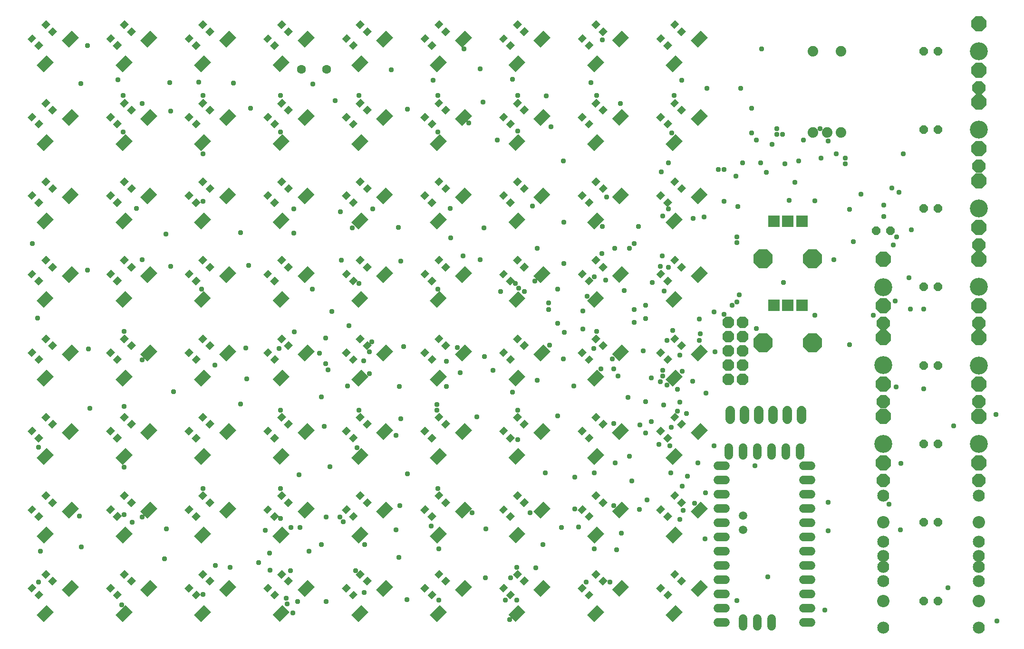
<source format=gbr>
G04 EAGLE Gerber X2 export*
%TF.Part,Single*%
%TF.FileFunction,Soldermask,Top,1*%
%TF.FilePolarity,Negative*%
%TF.GenerationSoftware,Autodesk,EAGLE,9.1.1*%
%TF.CreationDate,2018-07-20T09:13:18Z*%
G75*
%MOMM*%
%FSLAX34Y34*%
%LPD*%
%AMOC8*
5,1,8,0,0,1.08239X$1,22.5*%
G01*
%ADD10C,1.727200*%
%ADD11R,1.053200X1.203200*%
%ADD12R,2.503200X1.803200*%
%ADD13C,1.511200*%
%ADD14C,1.511200*%
%ADD15C,1.603200*%
%ADD16P,2.254402X8X112.500000*%
%ADD17R,2.082800X2.082800*%
%ADD18P,3.700908X8X292.500000*%
%ADD19C,2.133600*%
%ADD20C,2.203200*%
%ADD21P,2.969212X8X22.500000*%
%ADD22P,2.584314X8X22.500000*%
%ADD23C,3.203200*%
%ADD24P,1.649562X8X22.500000*%
%ADD25C,1.879600*%
%ADD26C,0.959600*%


D10*
X1387600Y388180D02*
X1387600Y403420D01*
X1362200Y403420D02*
X1362200Y388180D01*
X1336800Y388180D02*
X1336800Y403420D01*
X1311400Y403420D02*
X1311400Y388180D01*
X1286000Y388180D02*
X1286000Y403420D01*
X1260600Y403420D02*
X1260600Y388180D01*
D11*
G36*
X17038Y1074920D02*
X24485Y1067473D01*
X15978Y1058966D01*
X8531Y1066413D01*
X17038Y1074920D01*
G37*
G36*
X41787Y1099669D02*
X49234Y1092222D01*
X40727Y1083715D01*
X33280Y1091162D01*
X41787Y1099669D01*
G37*
G36*
X29413Y1062545D02*
X36860Y1055098D01*
X28353Y1046591D01*
X20906Y1054038D01*
X29413Y1062545D01*
G37*
G36*
X54162Y1087294D02*
X61609Y1079847D01*
X53102Y1071340D01*
X45655Y1078787D01*
X54162Y1087294D01*
G37*
G36*
X193102Y931340D02*
X185655Y938787D01*
X194162Y947294D01*
X201609Y939847D01*
X193102Y931340D01*
G37*
G36*
X168353Y906591D02*
X160906Y914038D01*
X169413Y922545D01*
X176860Y915098D01*
X168353Y906591D01*
G37*
G36*
X180727Y943715D02*
X173280Y951162D01*
X181787Y959669D01*
X189234Y952222D01*
X180727Y943715D01*
G37*
G36*
X155978Y918966D02*
X148531Y926413D01*
X157038Y934920D01*
X164485Y927473D01*
X155978Y918966D01*
G37*
G36*
X333102Y931340D02*
X325655Y938787D01*
X334162Y947294D01*
X341609Y939847D01*
X333102Y931340D01*
G37*
G36*
X308353Y906591D02*
X300906Y914038D01*
X309413Y922545D01*
X316860Y915098D01*
X308353Y906591D01*
G37*
G36*
X320727Y943715D02*
X313280Y951162D01*
X321787Y959669D01*
X329234Y952222D01*
X320727Y943715D01*
G37*
G36*
X295978Y918966D02*
X288531Y926413D01*
X297038Y934920D01*
X304485Y927473D01*
X295978Y918966D01*
G37*
G36*
X473102Y931340D02*
X465655Y938787D01*
X474162Y947294D01*
X481609Y939847D01*
X473102Y931340D01*
G37*
G36*
X448353Y906591D02*
X440906Y914038D01*
X449413Y922545D01*
X456860Y915098D01*
X448353Y906591D01*
G37*
G36*
X460727Y943715D02*
X453280Y951162D01*
X461787Y959669D01*
X469234Y952222D01*
X460727Y943715D01*
G37*
G36*
X435978Y918966D02*
X428531Y926413D01*
X437038Y934920D01*
X444485Y927473D01*
X435978Y918966D01*
G37*
G36*
X613102Y931340D02*
X605655Y938787D01*
X614162Y947294D01*
X621609Y939847D01*
X613102Y931340D01*
G37*
G36*
X588353Y906591D02*
X580906Y914038D01*
X589413Y922545D01*
X596860Y915098D01*
X588353Y906591D01*
G37*
G36*
X600727Y943715D02*
X593280Y951162D01*
X601787Y959669D01*
X609234Y952222D01*
X600727Y943715D01*
G37*
G36*
X575978Y918966D02*
X568531Y926413D01*
X577038Y934920D01*
X584485Y927473D01*
X575978Y918966D01*
G37*
G36*
X753102Y931340D02*
X745655Y938787D01*
X754162Y947294D01*
X761609Y939847D01*
X753102Y931340D01*
G37*
G36*
X728353Y906591D02*
X720906Y914038D01*
X729413Y922545D01*
X736860Y915098D01*
X728353Y906591D01*
G37*
G36*
X740727Y943715D02*
X733280Y951162D01*
X741787Y959669D01*
X749234Y952222D01*
X740727Y943715D01*
G37*
G36*
X715978Y918966D02*
X708531Y926413D01*
X717038Y934920D01*
X724485Y927473D01*
X715978Y918966D01*
G37*
G36*
X893102Y931340D02*
X885655Y938787D01*
X894162Y947294D01*
X901609Y939847D01*
X893102Y931340D01*
G37*
G36*
X868353Y906591D02*
X860906Y914038D01*
X869413Y922545D01*
X876860Y915098D01*
X868353Y906591D01*
G37*
G36*
X880727Y943715D02*
X873280Y951162D01*
X881787Y959669D01*
X889234Y952222D01*
X880727Y943715D01*
G37*
G36*
X855978Y918966D02*
X848531Y926413D01*
X857038Y934920D01*
X864485Y927473D01*
X855978Y918966D01*
G37*
G36*
X1033102Y931340D02*
X1025655Y938787D01*
X1034162Y947294D01*
X1041609Y939847D01*
X1033102Y931340D01*
G37*
G36*
X1008353Y906591D02*
X1000906Y914038D01*
X1009413Y922545D01*
X1016860Y915098D01*
X1008353Y906591D01*
G37*
G36*
X1020727Y943715D02*
X1013280Y951162D01*
X1021787Y959669D01*
X1029234Y952222D01*
X1020727Y943715D01*
G37*
G36*
X995978Y918966D02*
X988531Y926413D01*
X997038Y934920D01*
X1004485Y927473D01*
X995978Y918966D01*
G37*
G36*
X17038Y794920D02*
X24485Y787473D01*
X15978Y778966D01*
X8531Y786413D01*
X17038Y794920D01*
G37*
G36*
X41787Y819669D02*
X49234Y812222D01*
X40727Y803715D01*
X33280Y811162D01*
X41787Y819669D01*
G37*
G36*
X29413Y782545D02*
X36860Y775098D01*
X28353Y766591D01*
X20906Y774038D01*
X29413Y782545D01*
G37*
G36*
X54162Y807294D02*
X61609Y799847D01*
X53102Y791340D01*
X45655Y798787D01*
X54162Y807294D01*
G37*
G36*
X157038Y794920D02*
X164485Y787473D01*
X155978Y778966D01*
X148531Y786413D01*
X157038Y794920D01*
G37*
G36*
X181787Y819669D02*
X189234Y812222D01*
X180727Y803715D01*
X173280Y811162D01*
X181787Y819669D01*
G37*
G36*
X169413Y782545D02*
X176860Y775098D01*
X168353Y766591D01*
X160906Y774038D01*
X169413Y782545D01*
G37*
G36*
X194162Y807294D02*
X201609Y799847D01*
X193102Y791340D01*
X185655Y798787D01*
X194162Y807294D01*
G37*
G36*
X297038Y794920D02*
X304485Y787473D01*
X295978Y778966D01*
X288531Y786413D01*
X297038Y794920D01*
G37*
G36*
X321787Y819669D02*
X329234Y812222D01*
X320727Y803715D01*
X313280Y811162D01*
X321787Y819669D01*
G37*
G36*
X309413Y782545D02*
X316860Y775098D01*
X308353Y766591D01*
X300906Y774038D01*
X309413Y782545D01*
G37*
G36*
X334162Y807294D02*
X341609Y799847D01*
X333102Y791340D01*
X325655Y798787D01*
X334162Y807294D01*
G37*
G36*
X157038Y1074920D02*
X164485Y1067473D01*
X155978Y1058966D01*
X148531Y1066413D01*
X157038Y1074920D01*
G37*
G36*
X181787Y1099669D02*
X189234Y1092222D01*
X180727Y1083715D01*
X173280Y1091162D01*
X181787Y1099669D01*
G37*
G36*
X169413Y1062545D02*
X176860Y1055098D01*
X168353Y1046591D01*
X160906Y1054038D01*
X169413Y1062545D01*
G37*
G36*
X194162Y1087294D02*
X201609Y1079847D01*
X193102Y1071340D01*
X185655Y1078787D01*
X194162Y1087294D01*
G37*
G36*
X437038Y794920D02*
X444485Y787473D01*
X435978Y778966D01*
X428531Y786413D01*
X437038Y794920D01*
G37*
G36*
X461787Y819669D02*
X469234Y812222D01*
X460727Y803715D01*
X453280Y811162D01*
X461787Y819669D01*
G37*
G36*
X449413Y782545D02*
X456860Y775098D01*
X448353Y766591D01*
X440906Y774038D01*
X449413Y782545D01*
G37*
G36*
X474162Y807294D02*
X481609Y799847D01*
X473102Y791340D01*
X465655Y798787D01*
X474162Y807294D01*
G37*
G36*
X577038Y794920D02*
X584485Y787473D01*
X575978Y778966D01*
X568531Y786413D01*
X577038Y794920D01*
G37*
G36*
X601787Y819669D02*
X609234Y812222D01*
X600727Y803715D01*
X593280Y811162D01*
X601787Y819669D01*
G37*
G36*
X589413Y782545D02*
X596860Y775098D01*
X588353Y766591D01*
X580906Y774038D01*
X589413Y782545D01*
G37*
G36*
X614162Y807294D02*
X621609Y799847D01*
X613102Y791340D01*
X605655Y798787D01*
X614162Y807294D01*
G37*
G36*
X717038Y794920D02*
X724485Y787473D01*
X715978Y778966D01*
X708531Y786413D01*
X717038Y794920D01*
G37*
G36*
X741787Y819669D02*
X749234Y812222D01*
X740727Y803715D01*
X733280Y811162D01*
X741787Y819669D01*
G37*
G36*
X729413Y782545D02*
X736860Y775098D01*
X728353Y766591D01*
X720906Y774038D01*
X729413Y782545D01*
G37*
G36*
X754162Y807294D02*
X761609Y799847D01*
X753102Y791340D01*
X745655Y798787D01*
X754162Y807294D01*
G37*
G36*
X857038Y794920D02*
X864485Y787473D01*
X855978Y778966D01*
X848531Y786413D01*
X857038Y794920D01*
G37*
G36*
X881787Y819669D02*
X889234Y812222D01*
X880727Y803715D01*
X873280Y811162D01*
X881787Y819669D01*
G37*
G36*
X869413Y782545D02*
X876860Y775098D01*
X868353Y766591D01*
X860906Y774038D01*
X869413Y782545D01*
G37*
G36*
X894162Y807294D02*
X901609Y799847D01*
X893102Y791340D01*
X885655Y798787D01*
X894162Y807294D01*
G37*
G36*
X997038Y794920D02*
X1004485Y787473D01*
X995978Y778966D01*
X988531Y786413D01*
X997038Y794920D01*
G37*
G36*
X1021787Y819669D02*
X1029234Y812222D01*
X1020727Y803715D01*
X1013280Y811162D01*
X1021787Y819669D01*
G37*
G36*
X1009413Y782545D02*
X1016860Y775098D01*
X1008353Y766591D01*
X1000906Y774038D01*
X1009413Y782545D01*
G37*
G36*
X1034162Y807294D02*
X1041609Y799847D01*
X1033102Y791340D01*
X1025655Y798787D01*
X1034162Y807294D01*
G37*
G36*
X53102Y651340D02*
X45655Y658787D01*
X54162Y667294D01*
X61609Y659847D01*
X53102Y651340D01*
G37*
G36*
X28353Y626591D02*
X20906Y634038D01*
X29413Y642545D01*
X36860Y635098D01*
X28353Y626591D01*
G37*
G36*
X40727Y663715D02*
X33280Y671162D01*
X41787Y679669D01*
X49234Y672222D01*
X40727Y663715D01*
G37*
G36*
X15978Y638966D02*
X8531Y646413D01*
X17038Y654920D01*
X24485Y647473D01*
X15978Y638966D01*
G37*
G36*
X193102Y651340D02*
X185655Y658787D01*
X194162Y667294D01*
X201609Y659847D01*
X193102Y651340D01*
G37*
G36*
X168353Y626591D02*
X160906Y634038D01*
X169413Y642545D01*
X176860Y635098D01*
X168353Y626591D01*
G37*
G36*
X180727Y663715D02*
X173280Y671162D01*
X181787Y679669D01*
X189234Y672222D01*
X180727Y663715D01*
G37*
G36*
X155978Y638966D02*
X148531Y646413D01*
X157038Y654920D01*
X164485Y647473D01*
X155978Y638966D01*
G37*
G36*
X333102Y651340D02*
X325655Y658787D01*
X334162Y667294D01*
X341609Y659847D01*
X333102Y651340D01*
G37*
G36*
X308353Y626591D02*
X300906Y634038D01*
X309413Y642545D01*
X316860Y635098D01*
X308353Y626591D01*
G37*
G36*
X320727Y663715D02*
X313280Y671162D01*
X321787Y679669D01*
X329234Y672222D01*
X320727Y663715D01*
G37*
G36*
X295978Y638966D02*
X288531Y646413D01*
X297038Y654920D01*
X304485Y647473D01*
X295978Y638966D01*
G37*
G36*
X473102Y651340D02*
X465655Y658787D01*
X474162Y667294D01*
X481609Y659847D01*
X473102Y651340D01*
G37*
G36*
X448353Y626591D02*
X440906Y634038D01*
X449413Y642545D01*
X456860Y635098D01*
X448353Y626591D01*
G37*
G36*
X460727Y663715D02*
X453280Y671162D01*
X461787Y679669D01*
X469234Y672222D01*
X460727Y663715D01*
G37*
G36*
X435978Y638966D02*
X428531Y646413D01*
X437038Y654920D01*
X444485Y647473D01*
X435978Y638966D01*
G37*
G36*
X613102Y651340D02*
X605655Y658787D01*
X614162Y667294D01*
X621609Y659847D01*
X613102Y651340D01*
G37*
G36*
X588353Y626591D02*
X580906Y634038D01*
X589413Y642545D01*
X596860Y635098D01*
X588353Y626591D01*
G37*
G36*
X600727Y663715D02*
X593280Y671162D01*
X601787Y679669D01*
X609234Y672222D01*
X600727Y663715D01*
G37*
G36*
X575978Y638966D02*
X568531Y646413D01*
X577038Y654920D01*
X584485Y647473D01*
X575978Y638966D01*
G37*
G36*
X297038Y1074920D02*
X304485Y1067473D01*
X295978Y1058966D01*
X288531Y1066413D01*
X297038Y1074920D01*
G37*
G36*
X321787Y1099669D02*
X329234Y1092222D01*
X320727Y1083715D01*
X313280Y1091162D01*
X321787Y1099669D01*
G37*
G36*
X309413Y1062545D02*
X316860Y1055098D01*
X308353Y1046591D01*
X300906Y1054038D01*
X309413Y1062545D01*
G37*
G36*
X334162Y1087294D02*
X341609Y1079847D01*
X333102Y1071340D01*
X325655Y1078787D01*
X334162Y1087294D01*
G37*
G36*
X753102Y651340D02*
X745655Y658787D01*
X754162Y667294D01*
X761609Y659847D01*
X753102Y651340D01*
G37*
G36*
X728353Y626591D02*
X720906Y634038D01*
X729413Y642545D01*
X736860Y635098D01*
X728353Y626591D01*
G37*
G36*
X740727Y663715D02*
X733280Y671162D01*
X741787Y679669D01*
X749234Y672222D01*
X740727Y663715D01*
G37*
G36*
X715978Y638966D02*
X708531Y646413D01*
X717038Y654920D01*
X724485Y647473D01*
X715978Y638966D01*
G37*
G36*
X893102Y651340D02*
X885655Y658787D01*
X894162Y667294D01*
X901609Y659847D01*
X893102Y651340D01*
G37*
G36*
X868353Y626591D02*
X860906Y634038D01*
X869413Y642545D01*
X876860Y635098D01*
X868353Y626591D01*
G37*
G36*
X880727Y663715D02*
X873280Y671162D01*
X881787Y679669D01*
X889234Y672222D01*
X880727Y663715D01*
G37*
G36*
X855978Y638966D02*
X848531Y646413D01*
X857038Y654920D01*
X864485Y647473D01*
X855978Y638966D01*
G37*
G36*
X1033102Y651340D02*
X1025655Y658787D01*
X1034162Y667294D01*
X1041609Y659847D01*
X1033102Y651340D01*
G37*
G36*
X1008353Y626591D02*
X1000906Y634038D01*
X1009413Y642545D01*
X1016860Y635098D01*
X1008353Y626591D01*
G37*
G36*
X1020727Y663715D02*
X1013280Y671162D01*
X1021787Y679669D01*
X1029234Y672222D01*
X1020727Y663715D01*
G37*
G36*
X995978Y638966D02*
X988531Y646413D01*
X997038Y654920D01*
X1004485Y647473D01*
X995978Y638966D01*
G37*
G36*
X17038Y514920D02*
X24485Y507473D01*
X15978Y498966D01*
X8531Y506413D01*
X17038Y514920D01*
G37*
G36*
X41787Y539669D02*
X49234Y532222D01*
X40727Y523715D01*
X33280Y531162D01*
X41787Y539669D01*
G37*
G36*
X29413Y502545D02*
X36860Y495098D01*
X28353Y486591D01*
X20906Y494038D01*
X29413Y502545D01*
G37*
G36*
X54162Y527294D02*
X61609Y519847D01*
X53102Y511340D01*
X45655Y518787D01*
X54162Y527294D01*
G37*
G36*
X157038Y514920D02*
X164485Y507473D01*
X155978Y498966D01*
X148531Y506413D01*
X157038Y514920D01*
G37*
G36*
X181787Y539669D02*
X189234Y532222D01*
X180727Y523715D01*
X173280Y531162D01*
X181787Y539669D01*
G37*
G36*
X169413Y502545D02*
X176860Y495098D01*
X168353Y486591D01*
X160906Y494038D01*
X169413Y502545D01*
G37*
G36*
X194162Y527294D02*
X201609Y519847D01*
X193102Y511340D01*
X185655Y518787D01*
X194162Y527294D01*
G37*
G36*
X297038Y514920D02*
X304485Y507473D01*
X295978Y498966D01*
X288531Y506413D01*
X297038Y514920D01*
G37*
G36*
X321787Y539669D02*
X329234Y532222D01*
X320727Y523715D01*
X313280Y531162D01*
X321787Y539669D01*
G37*
G36*
X309413Y502545D02*
X316860Y495098D01*
X308353Y486591D01*
X300906Y494038D01*
X309413Y502545D01*
G37*
G36*
X334162Y527294D02*
X341609Y519847D01*
X333102Y511340D01*
X325655Y518787D01*
X334162Y527294D01*
G37*
G36*
X437038Y514920D02*
X444485Y507473D01*
X435978Y498966D01*
X428531Y506413D01*
X437038Y514920D01*
G37*
G36*
X461787Y539669D02*
X469234Y532222D01*
X460727Y523715D01*
X453280Y531162D01*
X461787Y539669D01*
G37*
G36*
X449413Y502545D02*
X456860Y495098D01*
X448353Y486591D01*
X440906Y494038D01*
X449413Y502545D01*
G37*
G36*
X474162Y527294D02*
X481609Y519847D01*
X473102Y511340D01*
X465655Y518787D01*
X474162Y527294D01*
G37*
G36*
X577038Y514920D02*
X584485Y507473D01*
X575978Y498966D01*
X568531Y506413D01*
X577038Y514920D01*
G37*
G36*
X601787Y539669D02*
X609234Y532222D01*
X600727Y523715D01*
X593280Y531162D01*
X601787Y539669D01*
G37*
G36*
X589413Y502545D02*
X596860Y495098D01*
X588353Y486591D01*
X580906Y494038D01*
X589413Y502545D01*
G37*
G36*
X614162Y527294D02*
X621609Y519847D01*
X613102Y511340D01*
X605655Y518787D01*
X614162Y527294D01*
G37*
G36*
X717038Y514920D02*
X724485Y507473D01*
X715978Y498966D01*
X708531Y506413D01*
X717038Y514920D01*
G37*
G36*
X741787Y539669D02*
X749234Y532222D01*
X740727Y523715D01*
X733280Y531162D01*
X741787Y539669D01*
G37*
G36*
X729413Y502545D02*
X736860Y495098D01*
X728353Y486591D01*
X720906Y494038D01*
X729413Y502545D01*
G37*
G36*
X754162Y527294D02*
X761609Y519847D01*
X753102Y511340D01*
X745655Y518787D01*
X754162Y527294D01*
G37*
G36*
X857038Y514920D02*
X864485Y507473D01*
X855978Y498966D01*
X848531Y506413D01*
X857038Y514920D01*
G37*
G36*
X881787Y539669D02*
X889234Y532222D01*
X880727Y523715D01*
X873280Y531162D01*
X881787Y539669D01*
G37*
G36*
X869413Y502545D02*
X876860Y495098D01*
X868353Y486591D01*
X860906Y494038D01*
X869413Y502545D01*
G37*
G36*
X894162Y527294D02*
X901609Y519847D01*
X893102Y511340D01*
X885655Y518787D01*
X894162Y527294D01*
G37*
G36*
X437038Y1074920D02*
X444485Y1067473D01*
X435978Y1058966D01*
X428531Y1066413D01*
X437038Y1074920D01*
G37*
G36*
X461787Y1099669D02*
X469234Y1092222D01*
X460727Y1083715D01*
X453280Y1091162D01*
X461787Y1099669D01*
G37*
G36*
X449413Y1062545D02*
X456860Y1055098D01*
X448353Y1046591D01*
X440906Y1054038D01*
X449413Y1062545D01*
G37*
G36*
X474162Y1087294D02*
X481609Y1079847D01*
X473102Y1071340D01*
X465655Y1078787D01*
X474162Y1087294D01*
G37*
G36*
X997038Y514920D02*
X1004485Y507473D01*
X995978Y498966D01*
X988531Y506413D01*
X997038Y514920D01*
G37*
G36*
X1021787Y539669D02*
X1029234Y532222D01*
X1020727Y523715D01*
X1013280Y531162D01*
X1021787Y539669D01*
G37*
G36*
X1009413Y502545D02*
X1016860Y495098D01*
X1008353Y486591D01*
X1000906Y494038D01*
X1009413Y502545D01*
G37*
G36*
X1034162Y527294D02*
X1041609Y519847D01*
X1033102Y511340D01*
X1025655Y518787D01*
X1034162Y527294D01*
G37*
G36*
X53102Y371340D02*
X45655Y378787D01*
X54162Y387294D01*
X61609Y379847D01*
X53102Y371340D01*
G37*
G36*
X28353Y346591D02*
X20906Y354038D01*
X29413Y362545D01*
X36860Y355098D01*
X28353Y346591D01*
G37*
G36*
X40727Y383715D02*
X33280Y391162D01*
X41787Y399669D01*
X49234Y392222D01*
X40727Y383715D01*
G37*
G36*
X15978Y358966D02*
X8531Y366413D01*
X17038Y374920D01*
X24485Y367473D01*
X15978Y358966D01*
G37*
G36*
X157038Y374920D02*
X164485Y367473D01*
X155978Y358966D01*
X148531Y366413D01*
X157038Y374920D01*
G37*
G36*
X181787Y399669D02*
X189234Y392222D01*
X180727Y383715D01*
X173280Y391162D01*
X181787Y399669D01*
G37*
G36*
X169413Y362545D02*
X176860Y355098D01*
X168353Y346591D01*
X160906Y354038D01*
X169413Y362545D01*
G37*
G36*
X194162Y387294D02*
X201609Y379847D01*
X193102Y371340D01*
X185655Y378787D01*
X194162Y387294D01*
G37*
G36*
X333102Y371340D02*
X325655Y378787D01*
X334162Y387294D01*
X341609Y379847D01*
X333102Y371340D01*
G37*
G36*
X308353Y346591D02*
X300906Y354038D01*
X309413Y362545D01*
X316860Y355098D01*
X308353Y346591D01*
G37*
G36*
X320727Y383715D02*
X313280Y391162D01*
X321787Y399669D01*
X329234Y392222D01*
X320727Y383715D01*
G37*
G36*
X295978Y358966D02*
X288531Y366413D01*
X297038Y374920D01*
X304485Y367473D01*
X295978Y358966D01*
G37*
G36*
X473102Y371340D02*
X465655Y378787D01*
X474162Y387294D01*
X481609Y379847D01*
X473102Y371340D01*
G37*
G36*
X448353Y346591D02*
X440906Y354038D01*
X449413Y362545D01*
X456860Y355098D01*
X448353Y346591D01*
G37*
G36*
X460727Y383715D02*
X453280Y391162D01*
X461787Y399669D01*
X469234Y392222D01*
X460727Y383715D01*
G37*
G36*
X435978Y358966D02*
X428531Y366413D01*
X437038Y374920D01*
X444485Y367473D01*
X435978Y358966D01*
G37*
G36*
X613102Y371340D02*
X605655Y378787D01*
X614162Y387294D01*
X621609Y379847D01*
X613102Y371340D01*
G37*
G36*
X588353Y346591D02*
X580906Y354038D01*
X589413Y362545D01*
X596860Y355098D01*
X588353Y346591D01*
G37*
G36*
X600727Y383715D02*
X593280Y391162D01*
X601787Y399669D01*
X609234Y392222D01*
X600727Y383715D01*
G37*
G36*
X575978Y358966D02*
X568531Y366413D01*
X577038Y374920D01*
X584485Y367473D01*
X575978Y358966D01*
G37*
G36*
X753102Y371340D02*
X745655Y378787D01*
X754162Y387294D01*
X761609Y379847D01*
X753102Y371340D01*
G37*
G36*
X728353Y346591D02*
X720906Y354038D01*
X729413Y362545D01*
X736860Y355098D01*
X728353Y346591D01*
G37*
G36*
X740727Y383715D02*
X733280Y391162D01*
X741787Y399669D01*
X749234Y392222D01*
X740727Y383715D01*
G37*
G36*
X715978Y358966D02*
X708531Y366413D01*
X717038Y374920D01*
X724485Y367473D01*
X715978Y358966D01*
G37*
G36*
X893102Y371340D02*
X885655Y378787D01*
X894162Y387294D01*
X901609Y379847D01*
X893102Y371340D01*
G37*
G36*
X868353Y346591D02*
X860906Y354038D01*
X869413Y362545D01*
X876860Y355098D01*
X868353Y346591D01*
G37*
G36*
X880727Y383715D02*
X873280Y391162D01*
X881787Y399669D01*
X889234Y392222D01*
X880727Y383715D01*
G37*
G36*
X855978Y358966D02*
X848531Y366413D01*
X857038Y374920D01*
X864485Y367473D01*
X855978Y358966D01*
G37*
G36*
X1033102Y371340D02*
X1025655Y378787D01*
X1034162Y387294D01*
X1041609Y379847D01*
X1033102Y371340D01*
G37*
G36*
X1008353Y346591D02*
X1000906Y354038D01*
X1009413Y362545D01*
X1016860Y355098D01*
X1008353Y346591D01*
G37*
G36*
X1020727Y383715D02*
X1013280Y391162D01*
X1021787Y399669D01*
X1029234Y392222D01*
X1020727Y383715D01*
G37*
G36*
X995978Y358966D02*
X988531Y366413D01*
X997038Y374920D01*
X1004485Y367473D01*
X995978Y358966D01*
G37*
G36*
X17038Y234920D02*
X24485Y227473D01*
X15978Y218966D01*
X8531Y226413D01*
X17038Y234920D01*
G37*
G36*
X41787Y259669D02*
X49234Y252222D01*
X40727Y243715D01*
X33280Y251162D01*
X41787Y259669D01*
G37*
G36*
X29413Y222545D02*
X36860Y215098D01*
X28353Y206591D01*
X20906Y214038D01*
X29413Y222545D01*
G37*
G36*
X54162Y247294D02*
X61609Y239847D01*
X53102Y231340D01*
X45655Y238787D01*
X54162Y247294D01*
G37*
G36*
X577038Y1074920D02*
X584485Y1067473D01*
X575978Y1058966D01*
X568531Y1066413D01*
X577038Y1074920D01*
G37*
G36*
X601787Y1099669D02*
X609234Y1092222D01*
X600727Y1083715D01*
X593280Y1091162D01*
X601787Y1099669D01*
G37*
G36*
X589413Y1062545D02*
X596860Y1055098D01*
X588353Y1046591D01*
X580906Y1054038D01*
X589413Y1062545D01*
G37*
G36*
X614162Y1087294D02*
X621609Y1079847D01*
X613102Y1071340D01*
X605655Y1078787D01*
X614162Y1087294D01*
G37*
G36*
X157038Y234920D02*
X164485Y227473D01*
X155978Y218966D01*
X148531Y226413D01*
X157038Y234920D01*
G37*
G36*
X181787Y259669D02*
X189234Y252222D01*
X180727Y243715D01*
X173280Y251162D01*
X181787Y259669D01*
G37*
G36*
X169413Y222545D02*
X176860Y215098D01*
X168353Y206591D01*
X160906Y214038D01*
X169413Y222545D01*
G37*
G36*
X194162Y247294D02*
X201609Y239847D01*
X193102Y231340D01*
X185655Y238787D01*
X194162Y247294D01*
G37*
G36*
X297038Y234920D02*
X304485Y227473D01*
X295978Y218966D01*
X288531Y226413D01*
X297038Y234920D01*
G37*
G36*
X321787Y259669D02*
X329234Y252222D01*
X320727Y243715D01*
X313280Y251162D01*
X321787Y259669D01*
G37*
G36*
X309413Y222545D02*
X316860Y215098D01*
X308353Y206591D01*
X300906Y214038D01*
X309413Y222545D01*
G37*
G36*
X334162Y247294D02*
X341609Y239847D01*
X333102Y231340D01*
X325655Y238787D01*
X334162Y247294D01*
G37*
G36*
X437038Y234920D02*
X444485Y227473D01*
X435978Y218966D01*
X428531Y226413D01*
X437038Y234920D01*
G37*
G36*
X461787Y259669D02*
X469234Y252222D01*
X460727Y243715D01*
X453280Y251162D01*
X461787Y259669D01*
G37*
G36*
X449413Y222545D02*
X456860Y215098D01*
X448353Y206591D01*
X440906Y214038D01*
X449413Y222545D01*
G37*
G36*
X474162Y247294D02*
X481609Y239847D01*
X473102Y231340D01*
X465655Y238787D01*
X474162Y247294D01*
G37*
G36*
X577038Y234920D02*
X584485Y227473D01*
X575978Y218966D01*
X568531Y226413D01*
X577038Y234920D01*
G37*
G36*
X601787Y259669D02*
X609234Y252222D01*
X600727Y243715D01*
X593280Y251162D01*
X601787Y259669D01*
G37*
G36*
X589413Y222545D02*
X596860Y215098D01*
X588353Y206591D01*
X580906Y214038D01*
X589413Y222545D01*
G37*
G36*
X614162Y247294D02*
X621609Y239847D01*
X613102Y231340D01*
X605655Y238787D01*
X614162Y247294D01*
G37*
G36*
X717038Y234920D02*
X724485Y227473D01*
X715978Y218966D01*
X708531Y226413D01*
X717038Y234920D01*
G37*
G36*
X741787Y259669D02*
X749234Y252222D01*
X740727Y243715D01*
X733280Y251162D01*
X741787Y259669D01*
G37*
G36*
X729413Y222545D02*
X736860Y215098D01*
X728353Y206591D01*
X720906Y214038D01*
X729413Y222545D01*
G37*
G36*
X754162Y247294D02*
X761609Y239847D01*
X753102Y231340D01*
X745655Y238787D01*
X754162Y247294D01*
G37*
G36*
X857038Y234920D02*
X864485Y227473D01*
X855978Y218966D01*
X848531Y226413D01*
X857038Y234920D01*
G37*
G36*
X881787Y259669D02*
X889234Y252222D01*
X880727Y243715D01*
X873280Y251162D01*
X881787Y259669D01*
G37*
G36*
X869413Y222545D02*
X876860Y215098D01*
X868353Y206591D01*
X860906Y214038D01*
X869413Y222545D01*
G37*
G36*
X894162Y247294D02*
X901609Y239847D01*
X893102Y231340D01*
X885655Y238787D01*
X894162Y247294D01*
G37*
G36*
X997038Y234920D02*
X1004485Y227473D01*
X995978Y218966D01*
X988531Y226413D01*
X997038Y234920D01*
G37*
G36*
X1021787Y259669D02*
X1029234Y252222D01*
X1020727Y243715D01*
X1013280Y251162D01*
X1021787Y259669D01*
G37*
G36*
X1009413Y222545D02*
X1016860Y215098D01*
X1008353Y206591D01*
X1000906Y214038D01*
X1009413Y222545D01*
G37*
G36*
X1034162Y247294D02*
X1041609Y239847D01*
X1033102Y231340D01*
X1025655Y238787D01*
X1034162Y247294D01*
G37*
G36*
X53102Y91340D02*
X45655Y98787D01*
X54162Y107294D01*
X61609Y99847D01*
X53102Y91340D01*
G37*
G36*
X28353Y66591D02*
X20906Y74038D01*
X29413Y82545D01*
X36860Y75098D01*
X28353Y66591D01*
G37*
G36*
X40727Y103715D02*
X33280Y111162D01*
X41787Y119669D01*
X49234Y112222D01*
X40727Y103715D01*
G37*
G36*
X15978Y78966D02*
X8531Y86413D01*
X17038Y94920D01*
X24485Y87473D01*
X15978Y78966D01*
G37*
G36*
X193102Y91340D02*
X185655Y98787D01*
X194162Y107294D01*
X201609Y99847D01*
X193102Y91340D01*
G37*
G36*
X168353Y66591D02*
X160906Y74038D01*
X169413Y82545D01*
X176860Y75098D01*
X168353Y66591D01*
G37*
G36*
X180727Y103715D02*
X173280Y111162D01*
X181787Y119669D01*
X189234Y112222D01*
X180727Y103715D01*
G37*
G36*
X155978Y78966D02*
X148531Y86413D01*
X157038Y94920D01*
X164485Y87473D01*
X155978Y78966D01*
G37*
G36*
X333102Y91340D02*
X325655Y98787D01*
X334162Y107294D01*
X341609Y99847D01*
X333102Y91340D01*
G37*
G36*
X308353Y66591D02*
X300906Y74038D01*
X309413Y82545D01*
X316860Y75098D01*
X308353Y66591D01*
G37*
G36*
X320727Y103715D02*
X313280Y111162D01*
X321787Y119669D01*
X329234Y112222D01*
X320727Y103715D01*
G37*
G36*
X295978Y78966D02*
X288531Y86413D01*
X297038Y94920D01*
X304485Y87473D01*
X295978Y78966D01*
G37*
G36*
X717038Y1074920D02*
X724485Y1067473D01*
X715978Y1058966D01*
X708531Y1066413D01*
X717038Y1074920D01*
G37*
G36*
X741787Y1099669D02*
X749234Y1092222D01*
X740727Y1083715D01*
X733280Y1091162D01*
X741787Y1099669D01*
G37*
G36*
X729413Y1062545D02*
X736860Y1055098D01*
X728353Y1046591D01*
X720906Y1054038D01*
X729413Y1062545D01*
G37*
G36*
X754162Y1087294D02*
X761609Y1079847D01*
X753102Y1071340D01*
X745655Y1078787D01*
X754162Y1087294D01*
G37*
G36*
X473102Y91340D02*
X465655Y98787D01*
X474162Y107294D01*
X481609Y99847D01*
X473102Y91340D01*
G37*
G36*
X448353Y66591D02*
X440906Y74038D01*
X449413Y82545D01*
X456860Y75098D01*
X448353Y66591D01*
G37*
G36*
X460727Y103715D02*
X453280Y111162D01*
X461787Y119669D01*
X469234Y112222D01*
X460727Y103715D01*
G37*
G36*
X435978Y78966D02*
X428531Y86413D01*
X437038Y94920D01*
X444485Y87473D01*
X435978Y78966D01*
G37*
G36*
X613102Y91340D02*
X605655Y98787D01*
X614162Y107294D01*
X621609Y99847D01*
X613102Y91340D01*
G37*
G36*
X588353Y66591D02*
X580906Y74038D01*
X589413Y82545D01*
X596860Y75098D01*
X588353Y66591D01*
G37*
G36*
X600727Y103715D02*
X593280Y111162D01*
X601787Y119669D01*
X609234Y112222D01*
X600727Y103715D01*
G37*
G36*
X575978Y78966D02*
X568531Y86413D01*
X577038Y94920D01*
X584485Y87473D01*
X575978Y78966D01*
G37*
G36*
X753102Y91340D02*
X745655Y98787D01*
X754162Y107294D01*
X761609Y99847D01*
X753102Y91340D01*
G37*
G36*
X728353Y66591D02*
X720906Y74038D01*
X729413Y82545D01*
X736860Y75098D01*
X728353Y66591D01*
G37*
G36*
X740727Y103715D02*
X733280Y111162D01*
X741787Y119669D01*
X749234Y112222D01*
X740727Y103715D01*
G37*
G36*
X715978Y78966D02*
X708531Y86413D01*
X717038Y94920D01*
X724485Y87473D01*
X715978Y78966D01*
G37*
G36*
X893102Y91340D02*
X885655Y98787D01*
X894162Y107294D01*
X901609Y99847D01*
X893102Y91340D01*
G37*
G36*
X868353Y66591D02*
X860906Y74038D01*
X869413Y82545D01*
X876860Y75098D01*
X868353Y66591D01*
G37*
G36*
X880727Y103715D02*
X873280Y111162D01*
X881787Y119669D01*
X889234Y112222D01*
X880727Y103715D01*
G37*
G36*
X855978Y78966D02*
X848531Y86413D01*
X857038Y94920D01*
X864485Y87473D01*
X855978Y78966D01*
G37*
G36*
X1033102Y91340D02*
X1025655Y98787D01*
X1034162Y107294D01*
X1041609Y99847D01*
X1033102Y91340D01*
G37*
G36*
X1008353Y66591D02*
X1000906Y74038D01*
X1009413Y82545D01*
X1016860Y75098D01*
X1008353Y66591D01*
G37*
G36*
X1020727Y103715D02*
X1013280Y111162D01*
X1021787Y119669D01*
X1029234Y112222D01*
X1020727Y103715D01*
G37*
G36*
X995978Y78966D02*
X988531Y86413D01*
X997038Y94920D01*
X1004485Y87473D01*
X995978Y78966D01*
G37*
G36*
X857038Y1074920D02*
X864485Y1067473D01*
X855978Y1058966D01*
X848531Y1066413D01*
X857038Y1074920D01*
G37*
G36*
X881787Y1099669D02*
X889234Y1092222D01*
X880727Y1083715D01*
X873280Y1091162D01*
X881787Y1099669D01*
G37*
G36*
X869413Y1062545D02*
X876860Y1055098D01*
X868353Y1046591D01*
X860906Y1054038D01*
X869413Y1062545D01*
G37*
G36*
X894162Y1087294D02*
X901609Y1079847D01*
X893102Y1071340D01*
X885655Y1078787D01*
X894162Y1087294D01*
G37*
G36*
X997038Y1074920D02*
X1004485Y1067473D01*
X995978Y1058966D01*
X988531Y1066413D01*
X997038Y1074920D01*
G37*
G36*
X1021787Y1099669D02*
X1029234Y1092222D01*
X1020727Y1083715D01*
X1013280Y1091162D01*
X1021787Y1099669D01*
G37*
G36*
X1009413Y1062545D02*
X1016860Y1055098D01*
X1008353Y1046591D01*
X1000906Y1054038D01*
X1009413Y1062545D01*
G37*
G36*
X1034162Y1087294D02*
X1041609Y1079847D01*
X1033102Y1071340D01*
X1025655Y1078787D01*
X1034162Y1087294D01*
G37*
G36*
X53102Y931340D02*
X45655Y938787D01*
X54162Y947294D01*
X61609Y939847D01*
X53102Y931340D01*
G37*
G36*
X28353Y906591D02*
X20906Y914038D01*
X29413Y922545D01*
X36860Y915098D01*
X28353Y906591D01*
G37*
G36*
X40727Y943715D02*
X33280Y951162D01*
X41787Y959669D01*
X49234Y952222D01*
X40727Y943715D01*
G37*
G36*
X15978Y918966D02*
X8531Y926413D01*
X17038Y934920D01*
X24485Y927473D01*
X15978Y918966D01*
G37*
D12*
G36*
X25361Y1019212D02*
X43060Y1036911D01*
X55811Y1024160D01*
X38112Y1006461D01*
X25361Y1019212D01*
G37*
G36*
X69909Y1063760D02*
X87608Y1081459D01*
X100359Y1068708D01*
X82660Y1051009D01*
X69909Y1063760D01*
G37*
G36*
X165361Y879212D02*
X183060Y896911D01*
X195811Y884160D01*
X178112Y866461D01*
X165361Y879212D01*
G37*
G36*
X209909Y923760D02*
X227608Y941459D01*
X240359Y928708D01*
X222660Y911009D01*
X209909Y923760D01*
G37*
G36*
X305361Y879212D02*
X323060Y896911D01*
X335811Y884160D01*
X318112Y866461D01*
X305361Y879212D01*
G37*
G36*
X349909Y923760D02*
X367608Y941459D01*
X380359Y928708D01*
X362660Y911009D01*
X349909Y923760D01*
G37*
G36*
X445361Y879212D02*
X463060Y896911D01*
X475811Y884160D01*
X458112Y866461D01*
X445361Y879212D01*
G37*
G36*
X489909Y923760D02*
X507608Y941459D01*
X520359Y928708D01*
X502660Y911009D01*
X489909Y923760D01*
G37*
G36*
X585361Y879212D02*
X603060Y896911D01*
X615811Y884160D01*
X598112Y866461D01*
X585361Y879212D01*
G37*
G36*
X629909Y923760D02*
X647608Y941459D01*
X660359Y928708D01*
X642660Y911009D01*
X629909Y923760D01*
G37*
G36*
X725361Y879212D02*
X743060Y896911D01*
X755811Y884160D01*
X738112Y866461D01*
X725361Y879212D01*
G37*
G36*
X769909Y923760D02*
X787608Y941459D01*
X800359Y928708D01*
X782660Y911009D01*
X769909Y923760D01*
G37*
G36*
X865361Y879212D02*
X883060Y896911D01*
X895811Y884160D01*
X878112Y866461D01*
X865361Y879212D01*
G37*
G36*
X909909Y923760D02*
X927608Y941459D01*
X940359Y928708D01*
X922660Y911009D01*
X909909Y923760D01*
G37*
G36*
X1005361Y879212D02*
X1023060Y896911D01*
X1035811Y884160D01*
X1018112Y866461D01*
X1005361Y879212D01*
G37*
G36*
X1049909Y923760D02*
X1067608Y941459D01*
X1080359Y928708D01*
X1062660Y911009D01*
X1049909Y923760D01*
G37*
G36*
X25361Y739212D02*
X43060Y756911D01*
X55811Y744160D01*
X38112Y726461D01*
X25361Y739212D01*
G37*
G36*
X69909Y783760D02*
X87608Y801459D01*
X100359Y788708D01*
X82660Y771009D01*
X69909Y783760D01*
G37*
G36*
X165361Y739212D02*
X183060Y756911D01*
X195811Y744160D01*
X178112Y726461D01*
X165361Y739212D01*
G37*
G36*
X209909Y783760D02*
X227608Y801459D01*
X240359Y788708D01*
X222660Y771009D01*
X209909Y783760D01*
G37*
G36*
X305361Y739212D02*
X323060Y756911D01*
X335811Y744160D01*
X318112Y726461D01*
X305361Y739212D01*
G37*
G36*
X349909Y783760D02*
X367608Y801459D01*
X380359Y788708D01*
X362660Y771009D01*
X349909Y783760D01*
G37*
G36*
X165361Y1019212D02*
X183060Y1036911D01*
X195811Y1024160D01*
X178112Y1006461D01*
X165361Y1019212D01*
G37*
G36*
X209909Y1063760D02*
X227608Y1081459D01*
X240359Y1068708D01*
X222660Y1051009D01*
X209909Y1063760D01*
G37*
G36*
X445361Y739212D02*
X463060Y756911D01*
X475811Y744160D01*
X458112Y726461D01*
X445361Y739212D01*
G37*
G36*
X489909Y783760D02*
X507608Y801459D01*
X520359Y788708D01*
X502660Y771009D01*
X489909Y783760D01*
G37*
G36*
X585361Y739212D02*
X603060Y756911D01*
X615811Y744160D01*
X598112Y726461D01*
X585361Y739212D01*
G37*
G36*
X629909Y783760D02*
X647608Y801459D01*
X660359Y788708D01*
X642660Y771009D01*
X629909Y783760D01*
G37*
G36*
X725361Y739212D02*
X743060Y756911D01*
X755811Y744160D01*
X738112Y726461D01*
X725361Y739212D01*
G37*
G36*
X769909Y783760D02*
X787608Y801459D01*
X800359Y788708D01*
X782660Y771009D01*
X769909Y783760D01*
G37*
G36*
X865361Y739212D02*
X883060Y756911D01*
X895811Y744160D01*
X878112Y726461D01*
X865361Y739212D01*
G37*
G36*
X909909Y783760D02*
X927608Y801459D01*
X940359Y788708D01*
X922660Y771009D01*
X909909Y783760D01*
G37*
G36*
X1005361Y739212D02*
X1023060Y756911D01*
X1035811Y744160D01*
X1018112Y726461D01*
X1005361Y739212D01*
G37*
G36*
X1049909Y783760D02*
X1067608Y801459D01*
X1080359Y788708D01*
X1062660Y771009D01*
X1049909Y783760D01*
G37*
G36*
X25361Y599212D02*
X43060Y616911D01*
X55811Y604160D01*
X38112Y586461D01*
X25361Y599212D01*
G37*
G36*
X69909Y643760D02*
X87608Y661459D01*
X100359Y648708D01*
X82660Y631009D01*
X69909Y643760D01*
G37*
G36*
X165361Y599212D02*
X183060Y616911D01*
X195811Y604160D01*
X178112Y586461D01*
X165361Y599212D01*
G37*
G36*
X209909Y643760D02*
X227608Y661459D01*
X240359Y648708D01*
X222660Y631009D01*
X209909Y643760D01*
G37*
G36*
X305361Y599212D02*
X323060Y616911D01*
X335811Y604160D01*
X318112Y586461D01*
X305361Y599212D01*
G37*
G36*
X349909Y643760D02*
X367608Y661459D01*
X380359Y648708D01*
X362660Y631009D01*
X349909Y643760D01*
G37*
G36*
X445361Y599212D02*
X463060Y616911D01*
X475811Y604160D01*
X458112Y586461D01*
X445361Y599212D01*
G37*
G36*
X489909Y643760D02*
X507608Y661459D01*
X520359Y648708D01*
X502660Y631009D01*
X489909Y643760D01*
G37*
G36*
X585361Y599212D02*
X603060Y616911D01*
X615811Y604160D01*
X598112Y586461D01*
X585361Y599212D01*
G37*
G36*
X629909Y643760D02*
X647608Y661459D01*
X660359Y648708D01*
X642660Y631009D01*
X629909Y643760D01*
G37*
G36*
X305361Y1019212D02*
X323060Y1036911D01*
X335811Y1024160D01*
X318112Y1006461D01*
X305361Y1019212D01*
G37*
G36*
X349909Y1063760D02*
X367608Y1081459D01*
X380359Y1068708D01*
X362660Y1051009D01*
X349909Y1063760D01*
G37*
G36*
X725361Y599212D02*
X743060Y616911D01*
X755811Y604160D01*
X738112Y586461D01*
X725361Y599212D01*
G37*
G36*
X769909Y643760D02*
X787608Y661459D01*
X800359Y648708D01*
X782660Y631009D01*
X769909Y643760D01*
G37*
G36*
X865361Y599212D02*
X883060Y616911D01*
X895811Y604160D01*
X878112Y586461D01*
X865361Y599212D01*
G37*
G36*
X909909Y643760D02*
X927608Y661459D01*
X940359Y648708D01*
X922660Y631009D01*
X909909Y643760D01*
G37*
G36*
X1005361Y599212D02*
X1023060Y616911D01*
X1035811Y604160D01*
X1018112Y586461D01*
X1005361Y599212D01*
G37*
G36*
X1049909Y643760D02*
X1067608Y661459D01*
X1080359Y648708D01*
X1062660Y631009D01*
X1049909Y643760D01*
G37*
G36*
X25361Y459212D02*
X43060Y476911D01*
X55811Y464160D01*
X38112Y446461D01*
X25361Y459212D01*
G37*
G36*
X69909Y503760D02*
X87608Y521459D01*
X100359Y508708D01*
X82660Y491009D01*
X69909Y503760D01*
G37*
G36*
X165361Y459212D02*
X183060Y476911D01*
X195811Y464160D01*
X178112Y446461D01*
X165361Y459212D01*
G37*
G36*
X209909Y503760D02*
X227608Y521459D01*
X240359Y508708D01*
X222660Y491009D01*
X209909Y503760D01*
G37*
G36*
X305361Y459212D02*
X323060Y476911D01*
X335811Y464160D01*
X318112Y446461D01*
X305361Y459212D01*
G37*
G36*
X349909Y503760D02*
X367608Y521459D01*
X380359Y508708D01*
X362660Y491009D01*
X349909Y503760D01*
G37*
G36*
X445361Y459212D02*
X463060Y476911D01*
X475811Y464160D01*
X458112Y446461D01*
X445361Y459212D01*
G37*
G36*
X489909Y503760D02*
X507608Y521459D01*
X520359Y508708D01*
X502660Y491009D01*
X489909Y503760D01*
G37*
G36*
X585361Y459212D02*
X603060Y476911D01*
X615811Y464160D01*
X598112Y446461D01*
X585361Y459212D01*
G37*
G36*
X629909Y503760D02*
X647608Y521459D01*
X660359Y508708D01*
X642660Y491009D01*
X629909Y503760D01*
G37*
G36*
X725361Y459212D02*
X743060Y476911D01*
X755811Y464160D01*
X738112Y446461D01*
X725361Y459212D01*
G37*
G36*
X769909Y503760D02*
X787608Y521459D01*
X800359Y508708D01*
X782660Y491009D01*
X769909Y503760D01*
G37*
G36*
X865361Y459212D02*
X883060Y476911D01*
X895811Y464160D01*
X878112Y446461D01*
X865361Y459212D01*
G37*
G36*
X909909Y503760D02*
X927608Y521459D01*
X940359Y508708D01*
X922660Y491009D01*
X909909Y503760D01*
G37*
G36*
X445361Y1019212D02*
X463060Y1036911D01*
X475811Y1024160D01*
X458112Y1006461D01*
X445361Y1019212D01*
G37*
G36*
X489909Y1063760D02*
X507608Y1081459D01*
X520359Y1068708D01*
X502660Y1051009D01*
X489909Y1063760D01*
G37*
G36*
X1005361Y459212D02*
X1023060Y476911D01*
X1035811Y464160D01*
X1018112Y446461D01*
X1005361Y459212D01*
G37*
G36*
X1049909Y503760D02*
X1067608Y521459D01*
X1080359Y508708D01*
X1062660Y491009D01*
X1049909Y503760D01*
G37*
G36*
X25361Y319212D02*
X43060Y336911D01*
X55811Y324160D01*
X38112Y306461D01*
X25361Y319212D01*
G37*
G36*
X69909Y363760D02*
X87608Y381459D01*
X100359Y368708D01*
X82660Y351009D01*
X69909Y363760D01*
G37*
G36*
X165361Y319212D02*
X183060Y336911D01*
X195811Y324160D01*
X178112Y306461D01*
X165361Y319212D01*
G37*
G36*
X209909Y363760D02*
X227608Y381459D01*
X240359Y368708D01*
X222660Y351009D01*
X209909Y363760D01*
G37*
G36*
X305361Y319212D02*
X323060Y336911D01*
X335811Y324160D01*
X318112Y306461D01*
X305361Y319212D01*
G37*
G36*
X349909Y363760D02*
X367608Y381459D01*
X380359Y368708D01*
X362660Y351009D01*
X349909Y363760D01*
G37*
G36*
X445361Y319212D02*
X463060Y336911D01*
X475811Y324160D01*
X458112Y306461D01*
X445361Y319212D01*
G37*
G36*
X489909Y363760D02*
X507608Y381459D01*
X520359Y368708D01*
X502660Y351009D01*
X489909Y363760D01*
G37*
G36*
X585361Y319212D02*
X603060Y336911D01*
X615811Y324160D01*
X598112Y306461D01*
X585361Y319212D01*
G37*
G36*
X629909Y363760D02*
X647608Y381459D01*
X660359Y368708D01*
X642660Y351009D01*
X629909Y363760D01*
G37*
G36*
X725361Y319212D02*
X743060Y336911D01*
X755811Y324160D01*
X738112Y306461D01*
X725361Y319212D01*
G37*
G36*
X769909Y363760D02*
X787608Y381459D01*
X800359Y368708D01*
X782660Y351009D01*
X769909Y363760D01*
G37*
G36*
X865361Y319212D02*
X883060Y336911D01*
X895811Y324160D01*
X878112Y306461D01*
X865361Y319212D01*
G37*
G36*
X909909Y363760D02*
X927608Y381459D01*
X940359Y368708D01*
X922660Y351009D01*
X909909Y363760D01*
G37*
G36*
X1005361Y319212D02*
X1023060Y336911D01*
X1035811Y324160D01*
X1018112Y306461D01*
X1005361Y319212D01*
G37*
G36*
X1049909Y363760D02*
X1067608Y381459D01*
X1080359Y368708D01*
X1062660Y351009D01*
X1049909Y363760D01*
G37*
G36*
X25361Y179212D02*
X43060Y196911D01*
X55811Y184160D01*
X38112Y166461D01*
X25361Y179212D01*
G37*
G36*
X69909Y223760D02*
X87608Y241459D01*
X100359Y228708D01*
X82660Y211009D01*
X69909Y223760D01*
G37*
G36*
X585361Y1019212D02*
X603060Y1036911D01*
X615811Y1024160D01*
X598112Y1006461D01*
X585361Y1019212D01*
G37*
G36*
X629909Y1063760D02*
X647608Y1081459D01*
X660359Y1068708D01*
X642660Y1051009D01*
X629909Y1063760D01*
G37*
G36*
X165361Y179212D02*
X183060Y196911D01*
X195811Y184160D01*
X178112Y166461D01*
X165361Y179212D01*
G37*
G36*
X209909Y223760D02*
X227608Y241459D01*
X240359Y228708D01*
X222660Y211009D01*
X209909Y223760D01*
G37*
G36*
X305361Y179212D02*
X323060Y196911D01*
X335811Y184160D01*
X318112Y166461D01*
X305361Y179212D01*
G37*
G36*
X349909Y223760D02*
X367608Y241459D01*
X380359Y228708D01*
X362660Y211009D01*
X349909Y223760D01*
G37*
G36*
X445361Y179212D02*
X463060Y196911D01*
X475811Y184160D01*
X458112Y166461D01*
X445361Y179212D01*
G37*
G36*
X489909Y223760D02*
X507608Y241459D01*
X520359Y228708D01*
X502660Y211009D01*
X489909Y223760D01*
G37*
G36*
X585361Y179212D02*
X603060Y196911D01*
X615811Y184160D01*
X598112Y166461D01*
X585361Y179212D01*
G37*
G36*
X629909Y223760D02*
X647608Y241459D01*
X660359Y228708D01*
X642660Y211009D01*
X629909Y223760D01*
G37*
G36*
X725361Y179212D02*
X743060Y196911D01*
X755811Y184160D01*
X738112Y166461D01*
X725361Y179212D01*
G37*
G36*
X769909Y223760D02*
X787608Y241459D01*
X800359Y228708D01*
X782660Y211009D01*
X769909Y223760D01*
G37*
G36*
X865361Y179212D02*
X883060Y196911D01*
X895811Y184160D01*
X878112Y166461D01*
X865361Y179212D01*
G37*
G36*
X909909Y223760D02*
X927608Y241459D01*
X940359Y228708D01*
X922660Y211009D01*
X909909Y223760D01*
G37*
G36*
X1005361Y179212D02*
X1023060Y196911D01*
X1035811Y184160D01*
X1018112Y166461D01*
X1005361Y179212D01*
G37*
G36*
X1049909Y223760D02*
X1067608Y241459D01*
X1080359Y228708D01*
X1062660Y211009D01*
X1049909Y223760D01*
G37*
G36*
X25361Y39212D02*
X43060Y56911D01*
X55811Y44160D01*
X38112Y26461D01*
X25361Y39212D01*
G37*
G36*
X69909Y83760D02*
X87608Y101459D01*
X100359Y88708D01*
X82660Y71009D01*
X69909Y83760D01*
G37*
G36*
X165361Y39212D02*
X183060Y56911D01*
X195811Y44160D01*
X178112Y26461D01*
X165361Y39212D01*
G37*
G36*
X209909Y83760D02*
X227608Y101459D01*
X240359Y88708D01*
X222660Y71009D01*
X209909Y83760D01*
G37*
G36*
X305361Y39212D02*
X323060Y56911D01*
X335811Y44160D01*
X318112Y26461D01*
X305361Y39212D01*
G37*
G36*
X349909Y83760D02*
X367608Y101459D01*
X380359Y88708D01*
X362660Y71009D01*
X349909Y83760D01*
G37*
G36*
X725361Y1019212D02*
X743060Y1036911D01*
X755811Y1024160D01*
X738112Y1006461D01*
X725361Y1019212D01*
G37*
G36*
X769909Y1063760D02*
X787608Y1081459D01*
X800359Y1068708D01*
X782660Y1051009D01*
X769909Y1063760D01*
G37*
G36*
X445361Y39212D02*
X463060Y56911D01*
X475811Y44160D01*
X458112Y26461D01*
X445361Y39212D01*
G37*
G36*
X489909Y83760D02*
X507608Y101459D01*
X520359Y88708D01*
X502660Y71009D01*
X489909Y83760D01*
G37*
G36*
X585361Y39212D02*
X603060Y56911D01*
X615811Y44160D01*
X598112Y26461D01*
X585361Y39212D01*
G37*
G36*
X629909Y83760D02*
X647608Y101459D01*
X660359Y88708D01*
X642660Y71009D01*
X629909Y83760D01*
G37*
G36*
X725361Y39212D02*
X743060Y56911D01*
X755811Y44160D01*
X738112Y26461D01*
X725361Y39212D01*
G37*
G36*
X769909Y83760D02*
X787608Y101459D01*
X800359Y88708D01*
X782660Y71009D01*
X769909Y83760D01*
G37*
G36*
X865361Y39212D02*
X883060Y56911D01*
X895811Y44160D01*
X878112Y26461D01*
X865361Y39212D01*
G37*
G36*
X909909Y83760D02*
X927608Y101459D01*
X940359Y88708D01*
X922660Y71009D01*
X909909Y83760D01*
G37*
G36*
X1005361Y39212D02*
X1023060Y56911D01*
X1035811Y44160D01*
X1018112Y26461D01*
X1005361Y39212D01*
G37*
G36*
X1049909Y83760D02*
X1067608Y101459D01*
X1080359Y88708D01*
X1062660Y71009D01*
X1049909Y83760D01*
G37*
G36*
X865361Y1019212D02*
X883060Y1036911D01*
X895811Y1024160D01*
X878112Y1006461D01*
X865361Y1019212D01*
G37*
G36*
X909909Y1063760D02*
X927608Y1081459D01*
X940359Y1068708D01*
X922660Y1051009D01*
X909909Y1063760D01*
G37*
G36*
X1005361Y1019212D02*
X1023060Y1036911D01*
X1035811Y1024160D01*
X1018112Y1006461D01*
X1005361Y1019212D01*
G37*
G36*
X1049909Y1063760D02*
X1067608Y1081459D01*
X1080359Y1068708D01*
X1062660Y1051009D01*
X1049909Y1063760D01*
G37*
G36*
X25361Y879212D02*
X43060Y896911D01*
X55811Y884160D01*
X38112Y866461D01*
X25361Y879212D01*
G37*
G36*
X69909Y923760D02*
X87608Y941459D01*
X100359Y928708D01*
X82660Y911009D01*
X69909Y923760D01*
G37*
D13*
X1384900Y336740D02*
X1384900Y323660D01*
X1359500Y323660D02*
X1359500Y336740D01*
X1334100Y336740D02*
X1334100Y323660D01*
X1308700Y323660D02*
X1308700Y336740D01*
X1283300Y336740D02*
X1283300Y323660D01*
X1257900Y323660D02*
X1257900Y336740D01*
X1391060Y304800D02*
X1404140Y304800D01*
X1404140Y279400D02*
X1391060Y279400D01*
X1391060Y254000D02*
X1404140Y254000D01*
X1404140Y228600D02*
X1391060Y228600D01*
X1391060Y203200D02*
X1404140Y203200D01*
X1404140Y177800D02*
X1391060Y177800D01*
X1391060Y152400D02*
X1404140Y152400D01*
X1404140Y127000D02*
X1391060Y127000D01*
X1391060Y101600D02*
X1404140Y101600D01*
X1404140Y76200D02*
X1391060Y76200D01*
X1391060Y50800D02*
X1404140Y50800D01*
X1404140Y25400D02*
X1391060Y25400D01*
X1251740Y304800D02*
X1238660Y304800D01*
X1238660Y279400D02*
X1251740Y279400D01*
X1251740Y254000D02*
X1238660Y254000D01*
X1238660Y228600D02*
X1251740Y228600D01*
X1251740Y203200D02*
X1238660Y203200D01*
X1238660Y177800D02*
X1251740Y177800D01*
X1251740Y152400D02*
X1238660Y152400D01*
X1238660Y127000D02*
X1251740Y127000D01*
X1251740Y101600D02*
X1238660Y101600D01*
X1238660Y76200D02*
X1251740Y76200D01*
X1251740Y50800D02*
X1238660Y50800D01*
X1238660Y25400D02*
X1251740Y25400D01*
X1283300Y31940D02*
X1283300Y18860D01*
X1308700Y18860D02*
X1308700Y31940D01*
X1334100Y31940D02*
X1334100Y18860D01*
D14*
X1283300Y215900D03*
X1283300Y190500D03*
D15*
X496400Y1011800D03*
X541400Y1011800D03*
D16*
X1257300Y459200D03*
X1282700Y459200D03*
X1257300Y484600D03*
X1282700Y484600D03*
X1257300Y510000D03*
X1282700Y510000D03*
X1257300Y535400D03*
X1282700Y535400D03*
X1257300Y560800D03*
X1282700Y560800D03*
D17*
X1337860Y590960D03*
X1362860Y590960D03*
X1387860Y590960D03*
D18*
X1318860Y523960D03*
X1406860Y523960D03*
D17*
X1337860Y740960D03*
X1362860Y740960D03*
X1387860Y740960D03*
D18*
X1318860Y673960D03*
X1406860Y673960D03*
D19*
X1702860Y169035D03*
X1702860Y251585D03*
X1702860Y143635D03*
D20*
X1702860Y203960D03*
D19*
X1702860Y98885D03*
X1702860Y16335D03*
X1702860Y124285D03*
D20*
X1702860Y63960D03*
D21*
X1702860Y450160D03*
X1702860Y533160D03*
D22*
X1702860Y418960D03*
D23*
X1702860Y483960D03*
D21*
X1702860Y310160D03*
X1702860Y393160D03*
D22*
X1702860Y278960D03*
D23*
X1702860Y343960D03*
D21*
X1702860Y730160D03*
X1702860Y813160D03*
D22*
X1702860Y698960D03*
D23*
X1702860Y763960D03*
D21*
X1702860Y590160D03*
X1702860Y673160D03*
D22*
X1702860Y558960D03*
D23*
X1702860Y623960D03*
D21*
X1702860Y1010160D03*
X1702860Y1093160D03*
D22*
X1702860Y978960D03*
D23*
X1702860Y1043960D03*
D21*
X1702860Y870160D03*
X1702860Y953160D03*
D22*
X1702860Y838960D03*
D23*
X1702860Y903960D03*
D12*
G36*
X1145361Y1019212D02*
X1163060Y1036911D01*
X1175811Y1024160D01*
X1158112Y1006461D01*
X1145361Y1019212D01*
G37*
G36*
X1189909Y1063760D02*
X1207608Y1081459D01*
X1220359Y1068708D01*
X1202660Y1051009D01*
X1189909Y1063760D01*
G37*
G36*
X1145361Y879212D02*
X1163060Y896911D01*
X1175811Y884160D01*
X1158112Y866461D01*
X1145361Y879212D01*
G37*
G36*
X1189909Y923760D02*
X1207608Y941459D01*
X1220359Y928708D01*
X1202660Y911009D01*
X1189909Y923760D01*
G37*
G36*
X1145361Y739212D02*
X1163060Y756911D01*
X1175811Y744160D01*
X1158112Y726461D01*
X1145361Y739212D01*
G37*
G36*
X1189909Y783760D02*
X1207608Y801459D01*
X1220359Y788708D01*
X1202660Y771009D01*
X1189909Y783760D01*
G37*
G36*
X1145361Y599212D02*
X1163060Y616911D01*
X1175811Y604160D01*
X1158112Y586461D01*
X1145361Y599212D01*
G37*
G36*
X1189909Y643760D02*
X1207608Y661459D01*
X1220359Y648708D01*
X1202660Y631009D01*
X1189909Y643760D01*
G37*
G36*
X1145361Y459212D02*
X1163060Y476911D01*
X1175811Y464160D01*
X1158112Y446461D01*
X1145361Y459212D01*
G37*
G36*
X1189909Y503760D02*
X1207608Y521459D01*
X1220359Y508708D01*
X1202660Y491009D01*
X1189909Y503760D01*
G37*
G36*
X1145361Y319212D02*
X1163060Y336911D01*
X1175811Y324160D01*
X1158112Y306461D01*
X1145361Y319212D01*
G37*
G36*
X1189909Y363760D02*
X1207608Y381459D01*
X1220359Y368708D01*
X1202660Y351009D01*
X1189909Y363760D01*
G37*
G36*
X1145361Y179212D02*
X1163060Y196911D01*
X1175811Y184160D01*
X1158112Y166461D01*
X1145361Y179212D01*
G37*
G36*
X1189909Y223760D02*
X1207608Y241459D01*
X1220359Y228708D01*
X1202660Y211009D01*
X1189909Y223760D01*
G37*
G36*
X1145361Y39212D02*
X1163060Y56911D01*
X1175811Y44160D01*
X1158112Y26461D01*
X1145361Y39212D01*
G37*
G36*
X1189909Y83760D02*
X1207608Y101459D01*
X1220359Y88708D01*
X1202660Y71009D01*
X1189909Y83760D01*
G37*
D11*
G36*
X1137038Y1074920D02*
X1144485Y1067473D01*
X1135978Y1058966D01*
X1128531Y1066413D01*
X1137038Y1074920D01*
G37*
G36*
X1161787Y1099669D02*
X1169234Y1092222D01*
X1160727Y1083715D01*
X1153280Y1091162D01*
X1161787Y1099669D01*
G37*
G36*
X1149413Y1062545D02*
X1156860Y1055098D01*
X1148353Y1046591D01*
X1140906Y1054038D01*
X1149413Y1062545D01*
G37*
G36*
X1174162Y1087294D02*
X1181609Y1079847D01*
X1173102Y1071340D01*
X1165655Y1078787D01*
X1174162Y1087294D01*
G37*
G36*
X1137038Y934920D02*
X1144485Y927473D01*
X1135978Y918966D01*
X1128531Y926413D01*
X1137038Y934920D01*
G37*
G36*
X1161787Y959669D02*
X1169234Y952222D01*
X1160727Y943715D01*
X1153280Y951162D01*
X1161787Y959669D01*
G37*
G36*
X1149413Y922545D02*
X1156860Y915098D01*
X1148353Y906591D01*
X1140906Y914038D01*
X1149413Y922545D01*
G37*
G36*
X1174162Y947294D02*
X1181609Y939847D01*
X1173102Y931340D01*
X1165655Y938787D01*
X1174162Y947294D01*
G37*
G36*
X1137038Y794920D02*
X1144485Y787473D01*
X1135978Y778966D01*
X1128531Y786413D01*
X1137038Y794920D01*
G37*
G36*
X1161787Y819669D02*
X1169234Y812222D01*
X1160727Y803715D01*
X1153280Y811162D01*
X1161787Y819669D01*
G37*
G36*
X1149413Y782545D02*
X1156860Y775098D01*
X1148353Y766591D01*
X1140906Y774038D01*
X1149413Y782545D01*
G37*
G36*
X1174162Y807294D02*
X1181609Y799847D01*
X1173102Y791340D01*
X1165655Y798787D01*
X1174162Y807294D01*
G37*
G36*
X1137038Y654920D02*
X1144485Y647473D01*
X1135978Y638966D01*
X1128531Y646413D01*
X1137038Y654920D01*
G37*
G36*
X1161787Y679669D02*
X1169234Y672222D01*
X1160727Y663715D01*
X1153280Y671162D01*
X1161787Y679669D01*
G37*
G36*
X1149413Y642545D02*
X1156860Y635098D01*
X1148353Y626591D01*
X1140906Y634038D01*
X1149413Y642545D01*
G37*
G36*
X1174162Y667294D02*
X1181609Y659847D01*
X1173102Y651340D01*
X1165655Y658787D01*
X1174162Y667294D01*
G37*
G36*
X1137038Y514920D02*
X1144485Y507473D01*
X1135978Y498966D01*
X1128531Y506413D01*
X1137038Y514920D01*
G37*
G36*
X1161787Y539669D02*
X1169234Y532222D01*
X1160727Y523715D01*
X1153280Y531162D01*
X1161787Y539669D01*
G37*
G36*
X1149413Y502545D02*
X1156860Y495098D01*
X1148353Y486591D01*
X1140906Y494038D01*
X1149413Y502545D01*
G37*
G36*
X1174162Y527294D02*
X1181609Y519847D01*
X1173102Y511340D01*
X1165655Y518787D01*
X1174162Y527294D01*
G37*
G36*
X1137038Y374920D02*
X1144485Y367473D01*
X1135978Y358966D01*
X1128531Y366413D01*
X1137038Y374920D01*
G37*
G36*
X1161787Y399669D02*
X1169234Y392222D01*
X1160727Y383715D01*
X1153280Y391162D01*
X1161787Y399669D01*
G37*
G36*
X1149413Y362545D02*
X1156860Y355098D01*
X1148353Y346591D01*
X1140906Y354038D01*
X1149413Y362545D01*
G37*
G36*
X1174162Y387294D02*
X1181609Y379847D01*
X1173102Y371340D01*
X1165655Y378787D01*
X1174162Y387294D01*
G37*
G36*
X1137038Y234920D02*
X1144485Y227473D01*
X1135978Y218966D01*
X1128531Y226413D01*
X1137038Y234920D01*
G37*
G36*
X1161787Y259669D02*
X1169234Y252222D01*
X1160727Y243715D01*
X1153280Y251162D01*
X1161787Y259669D01*
G37*
G36*
X1149413Y222545D02*
X1156860Y215098D01*
X1148353Y206591D01*
X1140906Y214038D01*
X1149413Y222545D01*
G37*
G36*
X1174162Y247294D02*
X1181609Y239847D01*
X1173102Y231340D01*
X1165655Y238787D01*
X1174162Y247294D01*
G37*
G36*
X1137038Y94920D02*
X1144485Y87473D01*
X1135978Y78966D01*
X1128531Y86413D01*
X1137038Y94920D01*
G37*
G36*
X1161787Y119669D02*
X1169234Y112222D01*
X1160727Y103715D01*
X1153280Y111162D01*
X1161787Y119669D01*
G37*
G36*
X1149413Y82545D02*
X1156860Y75098D01*
X1148353Y66591D01*
X1140906Y74038D01*
X1149413Y82545D01*
G37*
G36*
X1174162Y107294D02*
X1181609Y99847D01*
X1173102Y91340D01*
X1165655Y98787D01*
X1174162Y107294D01*
G37*
D24*
X1605160Y623960D03*
X1630560Y623960D03*
X1605160Y763960D03*
X1630560Y763960D03*
X1605160Y903960D03*
X1630560Y903960D03*
X1605160Y1043960D03*
X1630560Y1043960D03*
X1605160Y483960D03*
X1630560Y483960D03*
X1605160Y343960D03*
X1630560Y343960D03*
X1605160Y203960D03*
X1630560Y203960D03*
X1605160Y63960D03*
X1630560Y63960D03*
D19*
X1532840Y98885D03*
X1532840Y16335D03*
X1532840Y124285D03*
D20*
X1532840Y63960D03*
D19*
X1532840Y169035D03*
X1532840Y251585D03*
X1532840Y143635D03*
D20*
X1532840Y203960D03*
D21*
X1532840Y310160D03*
X1532840Y393160D03*
D22*
X1532840Y278960D03*
D23*
X1532840Y343960D03*
D21*
X1532840Y589860D03*
X1532840Y672860D03*
D22*
X1532840Y558660D03*
D23*
X1532840Y623660D03*
D21*
X1532840Y450460D03*
X1532840Y533460D03*
D22*
X1532840Y419260D03*
D23*
X1532840Y484260D03*
D24*
X1520140Y723960D03*
X1545540Y723960D03*
D25*
X1407860Y898960D03*
X1432860Y898960D03*
X1457860Y898960D03*
X1407860Y1043960D03*
X1457860Y1043960D03*
D26*
X1343152Y906272D03*
X1422400Y853440D03*
X737616Y414528D03*
X822960Y499872D03*
X965200Y542544D03*
X953008Y558800D03*
X1272032Y703072D03*
X1089152Y701040D03*
X1089152Y583184D03*
X1276350Y609600D03*
X1581150Y584200D03*
X1479550Y704850D03*
X1473200Y520700D03*
X959358Y194818D03*
X989838Y195580D03*
X685800Y290830D03*
X608330Y79248D03*
X1429004Y47244D03*
X1327150Y106680D03*
X1272286Y64516D03*
X1216406Y256794D03*
X916178Y457708D03*
X837692Y475234D03*
X851154Y615950D03*
X964184Y665480D03*
X962914Y848614D03*
X1444498Y672338D03*
X1434846Y883920D03*
X477774Y194564D03*
X1514856Y573278D03*
X1605026Y584454D03*
X1604772Y441706D03*
X1218438Y978408D03*
X1278636Y978408D03*
X1012444Y988568D03*
X941324Y909320D03*
X845566Y885444D03*
X872744Y994156D03*
X814832Y1012444D03*
X932942Y964438D03*
X731520Y992378D03*
X656844Y1011428D03*
X516636Y985266D03*
X375158Y987298D03*
X313436Y989076D03*
X262128Y988060D03*
X169672Y993648D03*
X115824Y1054100D03*
X255524Y717804D03*
X388620Y720852D03*
X482854Y720090D03*
X669290Y730250D03*
X821944Y729234D03*
X678688Y517398D03*
X670814Y446024D03*
X673354Y388366D03*
X665480Y359156D03*
X808990Y392430D03*
X537210Y375158D03*
X531876Y427990D03*
X388112Y415290D03*
X399542Y459994D03*
X269240Y437134D03*
X119634Y407162D03*
X28194Y97790D03*
X32004Y152654D03*
X104394Y159766D03*
X252476Y138684D03*
X255778Y192532D03*
X100838Y215392D03*
X343154Y126746D03*
X670052Y141478D03*
X665226Y190246D03*
X825246Y192278D03*
X824484Y104902D03*
X1411224Y573024D03*
X1382268Y848614D03*
X1055116Y309880D03*
X1084834Y277622D03*
X1098804Y226822D03*
X1057656Y154940D03*
X1154430Y292608D03*
X1017270Y514350D03*
X1270508Y821690D03*
X1194562Y746252D03*
X1214120Y748538D03*
X1109472Y419608D03*
X1141730Y413512D03*
X1031748Y683260D03*
X872490Y435864D03*
X754634Y491490D03*
X565658Y757936D03*
X483108Y762762D03*
X623824Y763016D03*
X761746Y763778D03*
X202692Y763524D03*
X17018Y701548D03*
X26924Y568198D03*
X342392Y484632D03*
X540512Y62738D03*
X684784Y66294D03*
X913892Y123190D03*
X1435100Y189230D03*
X1563116Y190754D03*
X1556004Y445770D03*
X1553718Y598678D03*
X1582928Y725678D03*
X1324610Y828294D03*
X1365250Y778256D03*
X1071626Y617474D03*
X981964Y446786D03*
X964184Y739394D03*
X1193038Y455422D03*
X440690Y118618D03*
X439928Y148844D03*
X491998Y289052D03*
X483616Y544068D03*
X1315974Y1048258D03*
X820166Y953262D03*
X685800Y941070D03*
X556768Y955802D03*
X406146Y942086D03*
X263398Y937768D03*
X104140Y986790D03*
X115316Y653542D03*
X263398Y660400D03*
X402844Y662178D03*
X567944Y671576D03*
X673862Y669798D03*
X784860Y679450D03*
X1140460Y750570D03*
X1273556Y767080D03*
X1410970Y777240D03*
X1355344Y631698D03*
X1142492Y616204D03*
X1215136Y174752D03*
X671830Y233934D03*
X547370Y303276D03*
X397256Y514604D03*
X117094Y513334D03*
X754634Y446532D03*
X1078230Y426974D03*
X1080516Y322072D03*
X1112012Y243586D03*
X1231646Y340106D03*
X1133602Y343408D03*
X1202944Y310388D03*
X1155700Y373126D03*
X1184148Y286004D03*
X1109218Y567690D03*
X1121156Y631698D03*
X1138936Y679450D03*
X1150112Y659130D03*
X1137158Y828802D03*
X1173734Y992378D03*
X1493012Y789178D03*
X1390396Y885698D03*
X762254Y710946D03*
X550926Y579882D03*
X28194Y338074D03*
X869442Y104902D03*
X432054Y189484D03*
X779018Y470662D03*
X1306830Y549656D03*
X528574Y505968D03*
X544322Y475996D03*
X539750Y532892D03*
X607568Y491744D03*
X195580Y204216D03*
X1448816Y861568D03*
X1568704Y861568D03*
X477520Y117856D03*
X593344Y117856D03*
X1066800Y184912D03*
X1119632Y384048D03*
X953008Y619760D03*
X1089152Y560832D03*
X1119632Y461264D03*
X1357376Y843280D03*
X1272032Y713232D03*
X1038352Y636016D03*
X1434592Y239776D03*
X617728Y508000D03*
X539750Y486918D03*
X1174496Y268224D03*
X1170432Y209296D03*
X1148080Y449072D03*
X1109472Y591312D03*
X1135888Y660400D03*
X1150112Y845312D03*
X1150112Y762762D03*
X1160272Y965200D03*
X1156208Y898144D03*
X1298448Y942848D03*
X1148080Y528320D03*
X1170432Y418592D03*
X471424Y58928D03*
X469392Y69088D03*
X178816Y965200D03*
X178816Y900176D03*
X180848Y217424D03*
X180848Y302768D03*
X180848Y410464D03*
X180848Y544576D03*
X176784Y56896D03*
X420624Y132080D03*
X321056Y75184D03*
X369824Y123952D03*
X321056Y264160D03*
X321056Y776224D03*
X321056Y861568D03*
X321056Y965200D03*
X319024Y619760D03*
X459232Y965200D03*
X459232Y900176D03*
X510032Y152400D03*
X489712Y62992D03*
X459232Y264160D03*
X459232Y211328D03*
X459232Y404368D03*
X457200Y514096D03*
X599440Y629920D03*
X587248Y729488D03*
X599440Y965200D03*
X493776Y195072D03*
X481584Y42672D03*
X599440Y404368D03*
X595376Y337312D03*
X621792Y526288D03*
X739648Y965200D03*
X739648Y900176D03*
X540512Y213360D03*
X564896Y213360D03*
X727456Y197104D03*
X741680Y65024D03*
X741680Y156464D03*
X739648Y264160D03*
X737616Y404368D03*
X739648Y619760D03*
X881888Y965200D03*
X881888Y902208D03*
X894080Y615696D03*
X867664Y30480D03*
X879856Y123952D03*
X879856Y65024D03*
X881888Y404368D03*
X881888Y351536D03*
X532384Y164592D03*
X609600Y164592D03*
X926592Y164592D03*
X859536Y65024D03*
X1032256Y731520D03*
X1097280Y731520D03*
X1022096Y965200D03*
X1030224Y477520D03*
X1052576Y477520D03*
X983488Y284480D03*
X936752Y583184D03*
X883920Y621792D03*
X786384Y1048512D03*
X1032256Y1064768D03*
X936752Y595376D03*
X877824Y629920D03*
X794512Y916432D03*
X1064768Y950976D03*
X908304Y768096D03*
X1040384Y784352D03*
X912368Y633984D03*
X1018032Y642112D03*
X938784Y520192D03*
X1050544Y495808D03*
X963168Y495808D03*
X774192Y516128D03*
X579120Y447040D03*
X617728Y469392D03*
X953008Y394208D03*
X1052576Y379984D03*
X1005840Y607568D03*
X1022096Y544576D03*
X1099312Y377952D03*
X983488Y227584D03*
X1052576Y233680D03*
X800608Y221488D03*
X904240Y221488D03*
X570992Y205232D03*
X997712Y581152D03*
X997712Y548640D03*
X1109472Y363728D03*
X1046480Y97536D03*
X1003808Y97536D03*
X1239520Y833120D03*
X1282192Y845312D03*
X1231392Y579120D03*
X1353312Y896112D03*
X1335024Y877824D03*
X1233424Y508000D03*
X1060704Y465328D03*
X1105408Y510032D03*
X1306576Y885952D03*
X1263904Y591312D03*
X1298448Y898144D03*
X1420368Y906272D03*
X814832Y672592D03*
X916432Y692912D03*
X1054608Y692912D03*
X1081024Y692912D03*
X1304544Y304800D03*
X1272032Y597408D03*
X1018032Y156464D03*
X213360Y672592D03*
X213360Y493776D03*
X213360Y950976D03*
X213360Y213360D03*
X930656Y292608D03*
X1018032Y292608D03*
X1152906Y340868D03*
X581152Y554736D03*
X516128Y619760D03*
X1735328Y28448D03*
X1647952Y87376D03*
X1733296Y396240D03*
X1658112Y375920D03*
X1534160Y749808D03*
X1560576Y792480D03*
X1556512Y713232D03*
X1473200Y762000D03*
X1548384Y800608D03*
X1375664Y810768D03*
X1249680Y575056D03*
X1249680Y776224D03*
X1249680Y833120D03*
X1207008Y540512D03*
X1204976Y528320D03*
X1204976Y566928D03*
X1139952Y475488D03*
X1135888Y455168D03*
X1166368Y440944D03*
X1217168Y434848D03*
X1139952Y465328D03*
X1182624Y398272D03*
X1196848Y237744D03*
X1158240Y546608D03*
X1170432Y501904D03*
X1174496Y473456D03*
X1166368Y402336D03*
X1176528Y225552D03*
X1550416Y699008D03*
X1564640Y308864D03*
X1465072Y843280D03*
X1534160Y770128D03*
X1578864Y640080D03*
X1314704Y845312D03*
X1343152Y896112D03*
X1465072Y853440D03*
X1543304Y236728D03*
M02*

</source>
